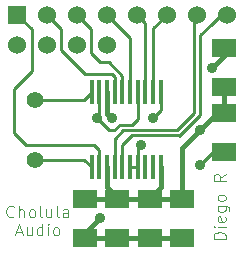
<source format=gtl>
G04 (created by PCBNEW (2013-07-07 BZR 4022)-stable) date 30/09/2014 17:20:54*
%MOIN*%
G04 Gerber Fmt 3.4, Leading zero omitted, Abs format*
%FSLAX34Y34*%
G01*
G70*
G90*
G04 APERTURE LIST*
%ADD10C,0.00590551*%
%ADD11C,0.00472441*%
%ADD12R,0.016X0.0787402*%
%ADD13R,0.08X0.06*%
%ADD14R,0.06X0.06*%
%ADD15C,0.06*%
%ADD16C,0.056*%
%ADD17C,0.035*%
%ADD18C,0.016*%
%ADD19C,0.01*%
G04 APERTURE END LIST*
G54D10*
G54D11*
X45533Y-23804D02*
X45139Y-23804D01*
X45139Y-23711D01*
X45158Y-23654D01*
X45195Y-23617D01*
X45233Y-23598D01*
X45308Y-23579D01*
X45364Y-23579D01*
X45439Y-23598D01*
X45477Y-23617D01*
X45514Y-23654D01*
X45533Y-23711D01*
X45533Y-23804D01*
X45533Y-23411D02*
X45270Y-23411D01*
X45139Y-23411D02*
X45158Y-23429D01*
X45177Y-23411D01*
X45158Y-23392D01*
X45139Y-23411D01*
X45177Y-23411D01*
X45514Y-23073D02*
X45533Y-23111D01*
X45533Y-23186D01*
X45514Y-23223D01*
X45477Y-23242D01*
X45327Y-23242D01*
X45289Y-23223D01*
X45270Y-23186D01*
X45270Y-23111D01*
X45289Y-23073D01*
X45327Y-23054D01*
X45364Y-23054D01*
X45402Y-23242D01*
X45270Y-22717D02*
X45589Y-22717D01*
X45627Y-22736D01*
X45645Y-22754D01*
X45664Y-22792D01*
X45664Y-22848D01*
X45645Y-22886D01*
X45514Y-22717D02*
X45533Y-22754D01*
X45533Y-22829D01*
X45514Y-22867D01*
X45495Y-22886D01*
X45458Y-22904D01*
X45345Y-22904D01*
X45308Y-22886D01*
X45289Y-22867D01*
X45270Y-22829D01*
X45270Y-22754D01*
X45289Y-22717D01*
X45533Y-22473D02*
X45514Y-22511D01*
X45495Y-22529D01*
X45458Y-22548D01*
X45345Y-22548D01*
X45308Y-22529D01*
X45289Y-22511D01*
X45270Y-22473D01*
X45270Y-22417D01*
X45289Y-22380D01*
X45308Y-22361D01*
X45345Y-22342D01*
X45458Y-22342D01*
X45495Y-22361D01*
X45514Y-22380D01*
X45533Y-22417D01*
X45533Y-22473D01*
X45533Y-21648D02*
X45345Y-21780D01*
X45533Y-21873D02*
X45139Y-21873D01*
X45139Y-21723D01*
X45158Y-21686D01*
X45177Y-21667D01*
X45214Y-21648D01*
X45270Y-21648D01*
X45308Y-21667D01*
X45327Y-21686D01*
X45345Y-21723D01*
X45345Y-21873D01*
X38474Y-23054D02*
X38456Y-23073D01*
X38399Y-23092D01*
X38362Y-23092D01*
X38306Y-23073D01*
X38268Y-23036D01*
X38249Y-22998D01*
X38231Y-22923D01*
X38231Y-22867D01*
X38249Y-22792D01*
X38268Y-22754D01*
X38306Y-22717D01*
X38362Y-22698D01*
X38399Y-22698D01*
X38456Y-22717D01*
X38474Y-22736D01*
X38643Y-23092D02*
X38643Y-22698D01*
X38812Y-23092D02*
X38812Y-22886D01*
X38793Y-22848D01*
X38756Y-22829D01*
X38699Y-22829D01*
X38662Y-22848D01*
X38643Y-22867D01*
X39056Y-23092D02*
X39018Y-23073D01*
X38999Y-23054D01*
X38981Y-23017D01*
X38981Y-22904D01*
X38999Y-22867D01*
X39018Y-22848D01*
X39056Y-22829D01*
X39112Y-22829D01*
X39149Y-22848D01*
X39168Y-22867D01*
X39187Y-22904D01*
X39187Y-23017D01*
X39168Y-23054D01*
X39149Y-23073D01*
X39112Y-23092D01*
X39056Y-23092D01*
X39412Y-23092D02*
X39374Y-23073D01*
X39356Y-23036D01*
X39356Y-22698D01*
X39730Y-22829D02*
X39730Y-23092D01*
X39562Y-22829D02*
X39562Y-23036D01*
X39580Y-23073D01*
X39618Y-23092D01*
X39674Y-23092D01*
X39712Y-23073D01*
X39730Y-23054D01*
X39974Y-23092D02*
X39937Y-23073D01*
X39918Y-23036D01*
X39918Y-22698D01*
X40293Y-23092D02*
X40293Y-22886D01*
X40274Y-22848D01*
X40237Y-22829D01*
X40162Y-22829D01*
X40124Y-22848D01*
X40293Y-23073D02*
X40255Y-23092D01*
X40162Y-23092D01*
X40124Y-23073D01*
X40105Y-23036D01*
X40105Y-22998D01*
X40124Y-22961D01*
X40162Y-22942D01*
X40255Y-22942D01*
X40293Y-22923D01*
X38549Y-23578D02*
X38737Y-23578D01*
X38512Y-23690D02*
X38643Y-23297D01*
X38774Y-23690D01*
X39074Y-23428D02*
X39074Y-23690D01*
X38906Y-23428D02*
X38906Y-23634D01*
X38924Y-23672D01*
X38962Y-23690D01*
X39018Y-23690D01*
X39056Y-23672D01*
X39074Y-23653D01*
X39431Y-23690D02*
X39431Y-23297D01*
X39431Y-23672D02*
X39393Y-23690D01*
X39318Y-23690D01*
X39281Y-23672D01*
X39262Y-23653D01*
X39243Y-23615D01*
X39243Y-23503D01*
X39262Y-23465D01*
X39281Y-23447D01*
X39318Y-23428D01*
X39393Y-23428D01*
X39431Y-23447D01*
X39618Y-23690D02*
X39618Y-23428D01*
X39618Y-23297D02*
X39599Y-23315D01*
X39618Y-23334D01*
X39637Y-23315D01*
X39618Y-23297D01*
X39618Y-23334D01*
X39862Y-23690D02*
X39824Y-23672D01*
X39805Y-23653D01*
X39787Y-23615D01*
X39787Y-23503D01*
X39805Y-23465D01*
X39824Y-23447D01*
X39862Y-23428D01*
X39918Y-23428D01*
X39955Y-23447D01*
X39974Y-23465D01*
X39993Y-23503D01*
X39993Y-23615D01*
X39974Y-23653D01*
X39955Y-23672D01*
X39918Y-23690D01*
X39862Y-23690D01*
G54D12*
X43374Y-18930D03*
X43124Y-18930D03*
X42864Y-18930D03*
X42604Y-18930D03*
X42354Y-18930D03*
X42094Y-18930D03*
X41834Y-18930D03*
X41584Y-18930D03*
X41324Y-18930D03*
X41074Y-18930D03*
X41074Y-21424D03*
X41324Y-21424D03*
X41584Y-21424D03*
X41834Y-21424D03*
X42094Y-21424D03*
X42354Y-21424D03*
X42604Y-21424D03*
X42864Y-21424D03*
X43124Y-21424D03*
X43374Y-21424D03*
G54D13*
X45472Y-19625D03*
X45472Y-20925D03*
X40846Y-22479D03*
X40846Y-23779D03*
X45472Y-18760D03*
X45472Y-17460D03*
X41929Y-22479D03*
X41929Y-23779D03*
X43011Y-22479D03*
X43011Y-23779D03*
X44094Y-22479D03*
X44094Y-23779D03*
G54D14*
X38582Y-16338D03*
G54D15*
X44582Y-16338D03*
X39582Y-16338D03*
X45582Y-16338D03*
X40582Y-16338D03*
X41582Y-16338D03*
X42582Y-16338D03*
X43582Y-16338D03*
X41582Y-17338D03*
X40582Y-17338D03*
X39582Y-17338D03*
X38582Y-17338D03*
G54D16*
X39173Y-21177D03*
X39173Y-19177D03*
G54D17*
X43110Y-19783D03*
X44685Y-20177D03*
X41732Y-19783D03*
X41338Y-23129D03*
X45078Y-18110D03*
X41240Y-19783D03*
X42716Y-20669D03*
X44685Y-21358D03*
G54D18*
X44094Y-22479D02*
X44094Y-20767D01*
X44094Y-20767D02*
X44685Y-20177D01*
X43011Y-22479D02*
X43011Y-22440D01*
X43011Y-22440D02*
X43374Y-22078D01*
X43374Y-22078D02*
X43374Y-21424D01*
X41929Y-22479D02*
X41929Y-22440D01*
X41929Y-22440D02*
X41584Y-22096D01*
X41584Y-22096D02*
X41584Y-21424D01*
X41929Y-22479D02*
X40846Y-22479D01*
X43011Y-22479D02*
X41929Y-22479D01*
X44094Y-22479D02*
X43011Y-22479D01*
X41732Y-19783D02*
X41584Y-19635D01*
X41584Y-19635D02*
X41584Y-18930D01*
X45472Y-19625D02*
X45236Y-19625D01*
X45236Y-19625D02*
X44685Y-20177D01*
X45472Y-18760D02*
X45472Y-19625D01*
G54D19*
X43374Y-19519D02*
X43374Y-18930D01*
X43110Y-19783D02*
X43374Y-19519D01*
X41584Y-18930D02*
X41584Y-19635D01*
X41929Y-22440D02*
X41584Y-22096D01*
X41584Y-22096D02*
X41584Y-21424D01*
X43011Y-22440D02*
X43374Y-22078D01*
X43374Y-22078D02*
X43374Y-21424D01*
X39074Y-17027D02*
X39074Y-16830D01*
X41324Y-20851D02*
X41141Y-20669D01*
X41141Y-20669D02*
X38877Y-20669D01*
X38877Y-20669D02*
X38484Y-20275D01*
X38484Y-20275D02*
X38484Y-18799D01*
X38484Y-18799D02*
X39074Y-18208D01*
X39074Y-18208D02*
X39074Y-17027D01*
X41324Y-21424D02*
X41324Y-20851D01*
X39074Y-16830D02*
X38582Y-16338D01*
X42354Y-18930D02*
X42354Y-17110D01*
X42354Y-17110D02*
X41582Y-16338D01*
X42094Y-18930D02*
X42094Y-18373D01*
X41043Y-16799D02*
X40582Y-16338D01*
X41043Y-17618D02*
X41043Y-16799D01*
X41338Y-17913D02*
X41043Y-17618D01*
X41633Y-17913D02*
X41338Y-17913D01*
X42094Y-18373D02*
X41633Y-17913D01*
X41834Y-21424D02*
X41834Y-20468D01*
X43910Y-20177D02*
X44485Y-19602D01*
X42125Y-20177D02*
X43910Y-20177D01*
X41834Y-20468D02*
X42125Y-20177D01*
X44485Y-18503D02*
X44485Y-16436D01*
X44485Y-16436D02*
X44582Y-16338D01*
X44485Y-19602D02*
X44485Y-18503D01*
X42094Y-21424D02*
X42094Y-20684D01*
X44685Y-19685D02*
X44685Y-18503D01*
X43996Y-20374D02*
X44685Y-19685D01*
X44685Y-18503D02*
X44685Y-17027D01*
X45078Y-16633D02*
X45275Y-16437D01*
X45275Y-16437D02*
X45484Y-16437D01*
X45484Y-16437D02*
X45582Y-16338D01*
X44685Y-17027D02*
X45078Y-16633D01*
X42094Y-20684D02*
X42421Y-20357D01*
X42421Y-20357D02*
X44012Y-20357D01*
X44012Y-20357D02*
X43996Y-20374D01*
X43124Y-18930D02*
X43124Y-16796D01*
X43124Y-16796D02*
X43582Y-16338D01*
X42864Y-18930D02*
X42864Y-16620D01*
X42864Y-16620D02*
X42582Y-16338D01*
X39582Y-16338D02*
X39582Y-16354D01*
X41834Y-18409D02*
X41834Y-18930D01*
X41732Y-18307D02*
X41834Y-18409D01*
X40846Y-18307D02*
X41732Y-18307D01*
X40059Y-17519D02*
X40846Y-18307D01*
X40059Y-16830D02*
X40059Y-17519D01*
X39582Y-16354D02*
X40059Y-16830D01*
G54D18*
X40846Y-23779D02*
X40846Y-23622D01*
X40846Y-23622D02*
X41338Y-23129D01*
X45472Y-17460D02*
X45472Y-17716D01*
X45472Y-17716D02*
X45078Y-18110D01*
X43011Y-23779D02*
X44094Y-23779D01*
X41929Y-23779D02*
X43011Y-23779D01*
X40846Y-23779D02*
X41929Y-23779D01*
G54D19*
X42604Y-18930D02*
X42604Y-19797D01*
X41324Y-19699D02*
X41240Y-19783D01*
X41324Y-19699D02*
X41324Y-18930D01*
X41633Y-20177D02*
X41240Y-19783D01*
X41830Y-20177D02*
X41633Y-20177D01*
X42010Y-19997D02*
X41830Y-20177D01*
X42404Y-19997D02*
X42010Y-19997D01*
X42604Y-19797D02*
X42404Y-19997D01*
X42604Y-21424D02*
X42604Y-20781D01*
X42604Y-20781D02*
X42716Y-20669D01*
X45472Y-20925D02*
X45117Y-20925D01*
X45117Y-20925D02*
X44685Y-21358D01*
X42354Y-21424D02*
X42604Y-21424D01*
X39173Y-19177D02*
X40827Y-19177D01*
X40827Y-19177D02*
X41074Y-18930D01*
X39173Y-21177D02*
X40827Y-21177D01*
X40827Y-21177D02*
X41074Y-21424D01*
M02*

</source>
